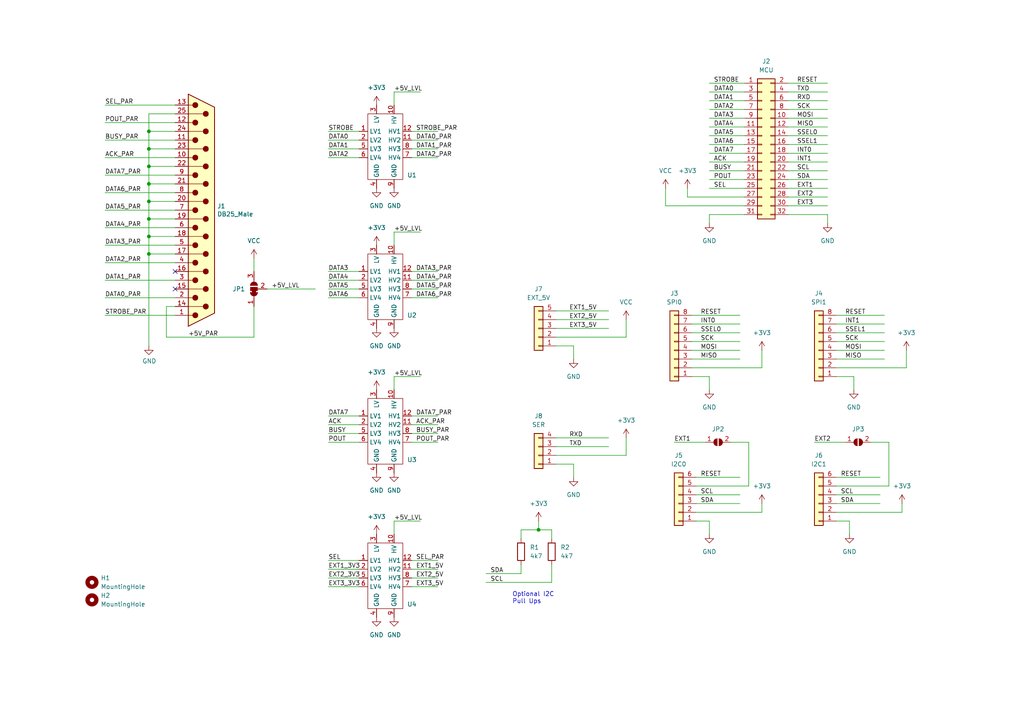
<source format=kicad_sch>
(kicad_sch (version 20211123) (generator eeschema)
  (paper "A4")
  (title_block (title "ParBox Base Board") (date "2022-02-10") (rev "0.1"))
  (lib_symbols
    (symbol "Connector:DB25_Male" (pin_names (offset 1.016) hide)
      (property "Reference" "J" (at 0 34.29 0))
      (property "Value" "DB25_Male" (at 0 -34.925 0))
      (symbol "DB25_Male_0_1"
        (circle (center -1.778 -30.48) (radius 0.762) (fill (type outline)))
        (circle (center -1.778 -25.4) (radius 0.762) (fill (type outline)))
        (circle (center -1.778 -20.32) (radius 0.762) (fill (type outline)))
        (circle (center -1.778 -15.24) (radius 0.762) (fill (type outline)))
        (circle (center -1.778 -10.16) (radius 0.762) (fill (type outline)))
        (circle (center -1.778 -5.08) (radius 0.762) (fill (type outline)))
        (circle (center -1.778 0) (radius 0.762) (fill (type outline)))
        (circle (center -1.778 5.08) (radius 0.762) (fill (type outline)))
        (circle (center -1.778 10.16) (radius 0.762) (fill (type outline)))
        (circle (center -1.778 15.24) (radius 0.762) (fill (type outline)))
        (circle (center -1.778 20.32) (radius 0.762) (fill (type outline)))
        (circle (center -1.778 25.4) (radius 0.762) (fill (type outline)))
        (circle (center -1.778 30.48) (radius 0.762) (fill (type outline)))
        (polyline (pts (xy -3.81 -30.48) (xy -2.54 -30.48)))
        (polyline (pts (xy -3.81 -27.94) (xy 0.508 -27.94)))
        (polyline (pts (xy -3.81 -25.4) (xy -2.54 -25.4)))
        (polyline (pts (xy -3.81 -22.86) (xy 0.508 -22.86)))
        (polyline (pts (xy -3.81 -20.32) (xy -2.54 -20.32)))
        (polyline (pts (xy -3.81 -17.78) (xy 0.508 -17.78)))
        (polyline (pts (xy -3.81 -15.24) (xy -2.54 -15.24)))
        (polyline (pts (xy -3.81 -12.7) (xy 0.508 -12.7)))
        (polyline (pts (xy -3.81 -10.16) (xy -2.54 -10.16)))
        (polyline (pts (xy -3.81 -7.62) (xy 0.508 -7.62)))
        (polyline (pts (xy -3.81 -5.08) (xy -2.54 -5.08)))
        (polyline (pts (xy -3.81 -2.54) (xy 0.508 -2.54)))
        (polyline (pts (xy -3.81 0) (xy -2.54 0)))
        (polyline (pts (xy -3.81 2.54) (xy 0.508 2.54)))
        (polyline (pts (xy -3.81 5.08) (xy -2.54 5.08)))
        (polyline (pts (xy -3.81 7.62) (xy 0.508 7.62)))
        (polyline (pts (xy -3.81 10.16) (xy -2.54 10.16)))
        (polyline (pts (xy -3.81 12.7) (xy 0.508 12.7)))
        (polyline (pts (xy -3.81 15.24) (xy -2.54 15.24)))
        (polyline (pts (xy -3.81 17.78) (xy 0.508 17.78)))
        (polyline (pts (xy -3.81 20.32) (xy -2.54 20.32)))
        (polyline (pts (xy -3.81 22.86) (xy 0.508 22.86)))
        (polyline (pts (xy -3.81 25.4) (xy -2.54 25.4)))
        (polyline (pts (xy -3.81 27.94) (xy 0.508 27.94)))
        (polyline (pts (xy -3.81 30.48) (xy -2.54 30.48)))
        (polyline (pts (xy -3.81 -33.655) (xy 3.81 -29.845) (xy 3.81 29.845) (xy -3.81 33.655) (xy -3.81 -33.655)) (stroke (width 0.254)) (fill (type background)))
        (circle (center 1.27 -27.94) (radius 0.762) (fill (type outline)))
        (circle (center 1.27 -22.86) (radius 0.762) (fill (type outline)))
        (circle (center 1.27 -17.78) (radius 0.762) (fill (type outline)))
        (circle (center 1.27 -12.7) (radius 0.762) (fill (type outline)))
        (circle (center 1.27 -7.62) (radius 0.762) (fill (type outline)))
        (circle (center 1.27 -2.54) (radius 0.762) (fill (type outline)))
        (circle (center 1.27 2.54) (radius 0.762) (fill (type outline)))
        (circle (center 1.27 7.62) (radius 0.762) (fill (type outline)))
        (circle (center 1.27 12.7) (radius 0.762) (fill (type outline)))
        (circle (center 1.27 17.78) (radius 0.762) (fill (type outline)))
        (circle (center 1.27 22.86) (radius 0.762) (fill (type outline)))
        (circle (center 1.27 27.94) (radius 0.762) (fill (type outline)))
      )
      (symbol "DB25_Male_1_1"
        (pin passive line (at -7.62 -30.48 0) (length 3.81) (name "1") (number "1"))
        (pin passive line (at -7.62 15.24 0) (length 3.81) (name "10") (number "10"))
        (pin passive line (at -7.62 20.32 0) (length 3.81) (name "11") (number "11"))
        (pin passive line (at -7.62 25.4 0) (length 3.81) (name "12") (number "12"))
        (pin passive line (at -7.62 30.48 0) (length 3.81) (name "13") (number "13"))
        (pin passive line (at -7.62 -27.94 0) (length 3.81) (name "P14") (number "14"))
        (pin passive line (at -7.62 -22.86 0) (length 3.81) (name "P15") (number "15"))
        (pin passive line (at -7.62 -17.78 0) (length 3.81) (name "P16") (number "16"))
        (pin passive line (at -7.62 -12.7 0) (length 3.81) (name "P17") (number "17"))
        (pin passive line (at -7.62 -7.62 0) (length 3.81) (name "P18") (number "18"))
        (pin passive line (at -7.62 -2.54 0) (length 3.81) (name "P19") (number "19"))
        (pin passive line (at -7.62 -25.4 0) (length 3.81) (name "2") (number "2"))
        (pin passive line (at -7.62 2.54 0) (length 3.81) (name "P20") (number "20"))
        (pin passive line (at -7.62 7.62 0) (length 3.81) (name "P21") (number "21"))
        (pin passive line (at -7.62 12.7 0) (length 3.81) (name "P22") (number "22"))
        (pin passive line (at -7.62 17.78 0) (length 3.81) (name "P23") (number "23"))
        (pin passive line (at -7.62 22.86 0) (length 3.81) (name "P24") (number "24"))
        (pin passive line (at -7.62 27.94 0) (length 3.81) (name "P25") (number "25"))
        (pin passive line (at -7.62 -20.32 0) (length 3.81) (name "3") (number "3"))
        (pin passive line (at -7.62 -15.24 0) (length 3.81) (name "4") (number "4"))
        (pin passive line (at -7.62 -10.16 0) (length 3.81) (name "5") (number "5"))
        (pin passive line (at -7.62 -5.08 0) (length 3.81) (name "6") (number "6"))
        (pin passive line (at -7.62 0 0) (length 3.81) (name "7") (number "7"))
        (pin passive line (at -7.62 5.08 0) (length 3.81) (name "8") (number "8"))
        (pin passive line (at -7.62 10.16 0) (length 3.81) (name "9") (number "9"))
      )
    )
    (symbol "Connector_Generic:Conn_01x04" (pin_names (offset 1.016) hide)
      (property "Reference" "J" (at 0 5.08 0))
      (property "Value" "Conn_01x04" (at 0 -7.62 0))
      (symbol "Conn_01x04_1_1"
        (rectangle (start -1.27 -4.953) (end 0 -5.207) (stroke (width 0.1524)))
        (rectangle (start -1.27 -2.413) (end 0 -2.667) (stroke (width 0.1524)))
        (rectangle (start -1.27 0.127) (end 0 -0.127) (stroke (width 0.1524)))
        (rectangle (start -1.27 2.667) (end 0 2.413) (stroke (width 0.1524)))
        (rectangle (start -1.27 3.81) (end 1.27 -6.35) (stroke (width 0.254)) (fill (type background)))
        (pin passive line (at -5.08 2.54 0) (length 3.81) (name "Pin_1") (number "1"))
        (pin passive line (at -5.08 0 0) (length 3.81) (name "Pin_2") (number "2"))
        (pin passive line (at -5.08 -2.54 0) (length 3.81) (name "Pin_3") (number "3"))
        (pin passive line (at -5.08 -5.08 0) (length 3.81) (name "Pin_4") (number "4"))
      )
    )
    (symbol "Connector_Generic:Conn_01x05" (pin_names (offset 1.016) hide)
      (property "Reference" "J" (at 0 7.62 0))
      (property "Value" "Conn_01x05" (at 0 -7.62 0))
      (symbol "Conn_01x05_1_1"
        (rectangle (start -1.27 -4.953) (end 0 -5.207) (stroke (width 0.1524)))
        (rectangle (start -1.27 -2.413) (end 0 -2.667) (stroke (width 0.1524)))
        (rectangle (start -1.27 0.127) (end 0 -0.127) (stroke (width 0.1524)))
        (rectangle (start -1.27 2.667) (end 0 2.413) (stroke (width 0.1524)))
        (rectangle (start -1.27 5.207) (end 0 4.953) (stroke (width 0.1524)))
        (rectangle (start -1.27 6.35) (end 1.27 -6.35) (stroke (width 0.254)) (fill (type background)))
        (pin passive line (at -5.08 5.08 0) (length 3.81) (name "Pin_1") (number "1"))
        (pin passive line (at -5.08 2.54 0) (length 3.81) (name "Pin_2") (number "2"))
        (pin passive line (at -5.08 0 0) (length 3.81) (name "Pin_3") (number "3"))
        (pin passive line (at -5.08 -2.54 0) (length 3.81) (name "Pin_4") (number "4"))
        (pin passive line (at -5.08 -5.08 0) (length 3.81) (name "Pin_5") (number "5"))
      )
    )
    (symbol "Connector_Generic:Conn_01x06" (pin_names (offset 1.016) hide)
      (property "Reference" "J" (at 0 7.62 0))
      (property "Value" "Conn_01x06" (at 0 -10.16 0))
      (symbol "Conn_01x06_1_1"
        (rectangle (start -1.27 -7.493) (end 0 -7.747) (stroke (width 0.1524)))
        (rectangle (start -1.27 -4.953) (end 0 -5.207) (stroke (width 0.1524)))
        (rectangle (start -1.27 -2.413) (end 0 -2.667) (stroke (width 0.1524)))
        (rectangle (start -1.27 0.127) (end 0 -0.127) (stroke (width 0.1524)))
        (rectangle (start -1.27 2.667) (end 0 2.413) (stroke (width 0.1524)))
        (rectangle (start -1.27 5.207) (end 0 4.953) (stroke (width 0.1524)))
        (rectangle (start -1.27 6.35) (end 1.27 -8.89) (stroke (width 0.254)) (fill (type background)))
        (pin passive line (at -5.08 5.08 0) (length 3.81) (name "Pin_1") (number "1"))
        (pin passive line (at -5.08 2.54 0) (length 3.81) (name "Pin_2") (number "2"))
        (pin passive line (at -5.08 0 0) (length 3.81) (name "Pin_3") (number "3"))
        (pin passive line (at -5.08 -2.54 0) (length 3.81) (name "Pin_4") (number "4"))
        (pin passive line (at -5.08 -5.08 0) (length 3.81) (name "Pin_5") (number "5"))
        (pin passive line (at -5.08 -7.62 0) (length 3.81) (name "Pin_6") (number "6"))
      )
    )
    (symbol "Connector_Generic:Conn_01x08" (pin_names (offset 1.016) hide)
      (property "Reference" "J" (at 0 10.16 0))
      (property "Value" "Conn_01x08" (at 0 -12.7 0))
      (symbol "Conn_01x08_1_1"
        (rectangle (start -1.27 -10.033) (end 0 -10.287) (stroke (width 0.1524)))
        (rectangle (start -1.27 -7.493) (end 0 -7.747) (stroke (width 0.1524)))
        (rectangle (start -1.27 -4.953) (end 0 -5.207) (stroke (width 0.1524)))
        (rectangle (start -1.27 -2.413) (end 0 -2.667) (stroke (width 0.1524)))
        (rectangle (start -1.27 0.127) (end 0 -0.127) (stroke (width 0.1524)))
        (rectangle (start -1.27 2.667) (end 0 2.413) (stroke (width 0.1524)))
        (rectangle (start -1.27 5.207) (end 0 4.953) (stroke (width 0.1524)))
        (rectangle (start -1.27 7.747) (end 0 7.493) (stroke (width 0.1524)))
        (rectangle (start -1.27 8.89) (end 1.27 -11.43) (stroke (width 0.254)) (fill (type background)))
        (pin passive line (at -5.08 7.62 0) (length 3.81) (name "Pin_1") (number "1"))
        (pin passive line (at -5.08 5.08 0) (length 3.81) (name "Pin_2") (number "2"))
        (pin passive line (at -5.08 2.54 0) (length 3.81) (name "Pin_3") (number "3"))
        (pin passive line (at -5.08 0 0) (length 3.81) (name "Pin_4") (number "4"))
        (pin passive line (at -5.08 -2.54 0) (length 3.81) (name "Pin_5") (number "5"))
        (pin passive line (at -5.08 -5.08 0) (length 3.81) (name "Pin_6") (number "6"))
        (pin passive line (at -5.08 -7.62 0) (length 3.81) (name "Pin_7") (number "7"))
        (pin passive line (at -5.08 -10.16 0) (length 3.81) (name "Pin_8") (number "8"))
      )
    )
    (symbol "Connector_Generic:Conn_02x16_Odd_Even" (pin_names (offset 1.016) hide)
      (property "Reference" "J" (at 1.27 20.32 0))
      (property "Value" "Conn_02x16_Odd_Even" (at 1.27 -22.86 0))
      (symbol "Conn_02x16_Odd_Even_1_1"
        (rectangle (start -1.27 -20.193) (end 0 -20.447) (stroke (width 0.1524)))
        (rectangle (start -1.27 -17.653) (end 0 -17.907) (stroke (width 0.1524)))
        (rectangle (start -1.27 -15.113) (end 0 -15.367) (stroke (width 0.1524)))
        (rectangle (start -1.27 -12.573) (end 0 -12.827) (stroke (width 0.1524)))
        (rectangle (start -1.27 -10.033) (end 0 -10.287) (stroke (width 0.1524)))
        (rectangle (start -1.27 -7.493) (end 0 -7.747) (stroke (width 0.1524)))
        (rectangle (start -1.27 -4.953) (end 0 -5.207) (stroke (width 0.1524)))
        (rectangle (start -1.27 -2.413) (end 0 -2.667) (stroke (width 0.1524)))
        (rectangle (start -1.27 0.127) (end 0 -0.127) (stroke (width 0.1524)))
        (rectangle (start -1.27 2.667) (end 0 2.413) (stroke (width 0.1524)))
        (rectangle (start -1.27 5.207) (end 0 4.953) (stroke (width 0.1524)))
        (rectangle (start -1.27 7.747) (end 0 7.493) (stroke (width 0.1524)))
        (rectangle (start -1.27 10.287) (end 0 10.033) (stroke (width 0.1524)))
        (rectangle (start -1.27 12.827) (end 0 12.573) (stroke (width 0.1524)))
        (rectangle (start -1.27 15.367) (end 0 15.113) (stroke (width 0.1524)))
        (rectangle (start -1.27 17.907) (end 0 17.653) (stroke (width 0.1524)))
        (rectangle (start -1.27 19.05) (end 3.81 -21.59) (stroke (width 0.254)) (fill (type background)))
        (rectangle (start 3.81 -20.193) (end 2.54 -20.447) (stroke (width 0.1524)))
        (rectangle (start 3.81 -17.653) (end 2.54 -17.907) (stroke (width 0.1524)))
        (rectangle (start 3.81 -15.113) (end 2.54 -15.367) (stroke (width 0.1524)))
        (rectangle (start 3.81 -12.573) (end 2.54 -12.827) (stroke (width 0.1524)))
        (rectangle (start 3.81 -10.033) (end 2.54 -10.287) (stroke (width 0.1524)))
        (rectangle (start 3.81 -7.493) (end 2.54 -7.747) (stroke (width 0.1524)))
        (rectangle (start 3.81 -4.953) (end 2.54 -5.207) (stroke (width 0.1524)))
        (rectangle (start 3.81 -2.413) (end 2.54 -2.667) (stroke (width 0.1524)))
        (rectangle (start 3.81 0.127) (end 2.54 -0.127) (stroke (width 0.1524)))
        (rectangle (start 3.81 2.667) (end 2.54 2.413) (stroke (width 0.1524)))
        (rectangle (start 3.81 5.207) (end 2.54 4.953) (stroke (width 0.1524)))
        (rectangle (start 3.81 7.747) (end 2.54 7.493) (stroke (width 0.1524)))
        (rectangle (start 3.81 10.287) (end 2.54 10.033) (stroke (width 0.1524)))
        (rectangle (start 3.81 12.827) (end 2.54 12.573) (stroke (width 0.1524)))
        (rectangle (start 3.81 15.367) (end 2.54 15.113) (stroke (width 0.1524)))
        (rectangle (start 3.81 17.907) (end 2.54 17.653) (stroke (width 0.1524)))
        (pin passive line (at -5.08 17.78 0) (length 3.81) (name "Pin_1") (number "1"))
        (pin passive line (at 7.62 7.62 180) (length 3.81) (name "Pin_10") (number "10"))
        (pin passive line (at -5.08 5.08 0) (length 3.81) (name "Pin_11") (number "11"))
        (pin passive line (at 7.62 5.08 180) (length 3.81) (name "Pin_12") (number "12"))
        (pin passive line (at -5.08 2.54 0) (length 3.81) (name "Pin_13") (number "13"))
        (pin passive line (at 7.62 2.54 180) (length 3.81) (name "Pin_14") (number "14"))
        (pin passive line (at -5.08 0 0) (length 3.81) (name "Pin_15") (number "15"))
        (pin passive line (at 7.62 0 180) (length 3.81) (name "Pin_16") (number "16"))
        (pin passive line (at -5.08 -2.54 0) (length 3.81) (name "Pin_17") (number "17"))
        (pin passive line (at 7.62 -2.54 180) (length 3.81) (name "Pin_18") (number "18"))
        (pin passive line (at -5.08 -5.08 0) (length 3.81) (name "Pin_19") (number "19"))
        (pin passive line (at 7.62 17.78 180) (length 3.81) (name "Pin_2") (number "2"))
        (pin passive line (at 7.62 -5.08 180) (length 3.81) (name "Pin_20") (number "20"))
        (pin passive line (at -5.08 -7.62 0) (length 3.81) (name "Pin_21") (number "21"))
        (pin passive line (at 7.62 -7.62 180) (length 3.81) (name "Pin_22") (number "22"))
        (pin passive line (at -5.08 -10.16 0) (length 3.81) (name "Pin_23") (number "23"))
        (pin passive line (at 7.62 -10.16 180) (length 3.81) (name "Pin_24") (number "24"))
        (pin passive line (at -5.08 -12.7 0) (length 3.81) (name "Pin_25") (number "25"))
        (pin passive line (at 7.62 -12.7 180) (length 3.81) (name "Pin_26") (number "26"))
        (pin passive line (at -5.08 -15.24 0) (length 3.81) (name "Pin_27") (number "27"))
        (pin passive line (at 7.62 -15.24 180) (length 3.81) (name "Pin_28") (number "28"))
        (pin passive line (at -5.08 -17.78 0) (length 3.81) (name "Pin_29") (number "29"))
        (pin passive line (at -5.08 15.24 0) (length 3.81) (name "Pin_3") (number "3"))
        (pin passive line (at 7.62 -17.78 180) (length 3.81) (name "Pin_30") (number "30"))
        (pin passive line (at -5.08 -20.32 0) (length 3.81) (name "Pin_31") (number "31"))
        (pin passive line (at 7.62 -20.32 180) (length 3.81) (name "Pin_32") (number "32"))
        (pin passive line (at 7.62 15.24 180) (length 3.81) (name "Pin_4") (number "4"))
        (pin passive line (at -5.08 12.7 0) (length 3.81) (name "Pin_5") (number "5"))
        (pin passive line (at 7.62 12.7 180) (length 3.81) (name "Pin_6") (number "6"))
        (pin passive line (at -5.08 10.16 0) (length 3.81) (name "Pin_7") (number "7"))
        (pin passive line (at 7.62 10.16 180) (length 3.81) (name "Pin_8") (number "8"))
        (pin passive line (at -5.08 7.62 0) (length 3.81) (name "Pin_9") (number "9"))
      )
    )
    (symbol "Device:R" (pin_numbers hide) (pin_names (offset 0))
      (property "Reference" "R" (at 2.032 0 90))
      (property "Value" "R" (at 0 0 90))
      (symbol "R_0_1"
        (rectangle (start -1.016 -2.54) (end 1.016 2.54) (stroke (width 0.254)))
      )
      (symbol "R_1_1"
        (pin passive line (at 0 3.81 270) (length 1.27) (name "~") (number "1"))
        (pin passive line (at 0 -3.81 90) (length 1.27) (name "~") (number "2"))
      )
    )
    (symbol "Jumper:SolderJumper_2_Open" (pin_names (offset 0) hide)
      (property "Reference" "JP" (at 0 2.032 0))
      (property "Value" "SolderJumper_2_Open" (at 0 -2.54 0))
      (symbol "SolderJumper_2_Open_0_1"
        (arc (start -0.254 1.016) (mid -1.27 0) (end -0.254 -1.016))
        (arc (start -0.254 1.016) (mid -1.27 0) (end -0.254 -1.016) (fill (type outline)))
        (polyline (pts (xy -0.254 1.016) (xy -0.254 -1.016)))
        (polyline (pts (xy 0.254 1.016) (xy 0.254 -1.016)))
        (arc (start 0.254 -1.016) (mid 1.27 0) (end 0.254 1.016))
        (arc (start 0.254 -1.016) (mid 1.27 0) (end 0.254 1.016) (fill (type outline)))
      )
      (symbol "SolderJumper_2_Open_1_1"
        (pin passive line (at -3.81 0 0) (length 2.54) (name "A") (number "1"))
        (pin passive line (at 3.81 0 180) (length 2.54) (name "B") (number "2"))
      )
    )
    (symbol "Jumper:SolderJumper_3_Bridged12" (pin_names (offset 0) hide)
      (property "Reference" "JP" (at -2.54 -2.54 0))
      (property "Value" "SolderJumper_3_Bridged12" (at 0 2.794 0))
      (symbol "SolderJumper_3_Bridged12_0_1"
        (rectangle (start -1.016 0.508) (end -0.508 -0.508) (fill (type outline)))
        (arc (start -1.016 1.016) (mid -2.032 0) (end -1.016 -1.016))
        (arc (start -1.016 1.016) (mid -2.032 0) (end -1.016 -1.016) (fill (type outline)))
        (rectangle (start -0.508 1.016) (end 0.508 -1.016) (fill (type outline)))
        (polyline (pts (xy -2.54 0) (xy -2.032 0)))
        (polyline (pts (xy -1.016 1.016) (xy -1.016 -1.016)))
        (polyline (pts (xy 0 -1.27) (xy 0 -1.016)))
        (polyline (pts (xy 1.016 1.016) (xy 1.016 -1.016)))
        (polyline (pts (xy 2.54 0) (xy 2.032 0)))
        (arc (start 1.016 -1.016) (mid 2.032 0) (end 1.016 1.016))
        (arc (start 1.016 -1.016) (mid 2.032 0) (end 1.016 1.016) (fill (type outline)))
      )
      (symbol "SolderJumper_3_Bridged12_1_1"
        (pin passive line (at -5.08 0 0) (length 2.54) (name "A") (number "1"))
        (pin input line (at 0 -3.81 90) (length 2.54) (name "C") (number "2"))
        (pin passive line (at 5.08 0 180) (length 2.54) (name "B") (number "3"))
      )
    )
    (symbol "Mechanical:MountingHole" (pin_names (offset 1.016))
      (property "Reference" "H" (at 0 5.08 0))
      (property "Value" "MountingHole" (at 0 3.175 0))
      (symbol "MountingHole_0_1"
        (circle (center 0 0) (radius 1.27) (stroke (width 1.27)))
      )
    )
    (symbol "cv:LevelShifter_4"
      (property "Reference" "U" (at 0 -19.05 0))
      (property "Value" "LevelShifter_4" (at 0 11.43 0))
      (symbol "LevelShifter_4_0_1"
        (rectangle (start -5.08 5.08) (end 5.08 -13.97))
        (polyline (pts (xy 1.27 -3.81) (xy 1.27 -3.81)))
      )
      (symbol "LevelShifter_4_1_1"
        (pin bidirectional line (at -7.62 0 0) (length 2.54) (name "LV1") (number "1"))
        (pin power_in line (at 2.54 7.62 270) (length 2.54) (name "HV") (number "10"))
        (pin bidirectional line (at 7.62 -2.54 180) (length 2.54) (name "HV2") (number "11"))
        (pin bidirectional line (at 7.62 0 180) (length 2.54) (name "HV1") (number "12"))
        (pin bidirectional line (at -7.62 -2.54 0) (length 2.54) (name "LV2") (number "2"))
        (pin power_in line (at -2.54 7.62 270) (length 2.54) (name "LV") (number "3"))
        (pin power_in line (at -2.54 -16.51 90) (length 2.54) (name "GND") (number "4"))
        (pin bidirectional line (at -7.62 -5.08 0) (length 2.54) (name "LV3") (number "5"))
        (pin bidirectional line (at -7.62 -7.62 0) (length 2.54) (name "LV4") (number "6"))
        (pin bidirectional line (at 7.62 -7.62 180) (length 2.54) (name "HV4") (number "7"))
        (pin bidirectional line (at 7.62 -5.08 180) (length 2.54) (name "HV3") (number "8"))
        (pin power_in line (at 2.54 -16.51 90) (length 2.54) (name "GND") (number "9"))
      )
    )
    (symbol "power:+3.3V" (power) (pin_names (offset 0))
      (property "Value" "+3.3V" (at 0 3.556 0))
      (symbol "+3.3V_0_1"
        (polyline (pts (xy -0.762 1.27) (xy 0 2.54)))
        (polyline (pts (xy 0 0) (xy 0 2.54)))
        (polyline (pts (xy 0 2.54) (xy 0.762 1.27)))
      )
      (symbol "+3.3V_1_1"
        (pin power_in line (at 0 0 90) (length 0) hide (name "+3V3") (number "1"))
      )
    )
    (symbol "power:GND" (power) (pin_names (offset 0))
      (property "Value" "GND" (at 0 -3.81 0))
      (symbol "GND_0_1"
        (polyline (pts (xy 0 0) (xy 0 -1.27) (xy 1.27 -1.27) (xy 0 -2.54) (xy -1.27 -1.27) (xy 0 -1.27)))
      )
      (symbol "GND_1_1"
        (pin power_in line (at 0 0 270) (length 0) hide (name "GND") (number "1"))
      )
    )
    (symbol "power:VCC" (power) (pin_names (offset 0))
      (property "Value" "VCC" (at 0 3.81 0))
      (symbol "VCC_0_1"
        (polyline (pts (xy -0.762 1.27) (xy 0 2.54)))
        (polyline (pts (xy 0 0) (xy 0 2.54)))
        (polyline (pts (xy 0 2.54) (xy 0.762 1.27)))
      )
      (symbol "VCC_1_1"
        (pin power_in line (at 0 0 90) (length 0) hide (name "VCC") (number "1"))
      )
    )
  )
  (junction (at 43.18 68.58))
  (junction (at 43.18 73.66))
  (junction (at 43.18 58.42))
  (junction (at 43.18 38.1))
  (junction (at 43.18 43.18))
  (junction (at 156.21 153.67))
  (junction (at 43.18 53.34))
  (junction (at 43.18 48.26))
  (junction (at 43.18 63.5))
  (no_connect (at 50.8 83.82))
  (no_connect (at 50.8 78.74))
  (wire (pts (xy 50.8 73.66) (xy 43.18 73.66)))
  (wire (pts (xy 205.74 39.37) (xy 215.9 39.37)))
  (wire (pts (xy 205.74 151.13) (xy 205.74 154.94)))
  (wire (pts (xy 77.47 83.82) (xy 91.44 83.82)))
  (wire (pts (xy 201.93 151.13) (xy 205.74 151.13)))
  (wire (pts (xy 201.93 138.43) (xy 214.63 138.43)))
  (wire (pts (xy 228.6 24.13) (xy 240.03 24.13)))
  (wire (pts (xy 43.18 58.42) (xy 43.18 63.5)))
  (wire (pts (xy 205.74 62.23) (xy 215.9 62.23)))
  (wire (pts (xy 114.3 113.03) (xy 114.3 109.22)))
  (wire (pts (xy 161.29 100.33) (xy 166.37 100.33)))
  (wire (pts (xy 114.3 154.94) (xy 114.3 151.13)))
  (wire (pts (xy 200.66 96.52) (xy 214.63 96.52)))
  (wire (pts (xy 50.8 68.58) (xy 43.18 68.58)))
  (wire (pts (xy 114.3 26.67) (xy 121.92 26.67)))
  (wire (pts (xy 161.29 92.71) (xy 176.53 92.71)))
  (wire (pts (xy 95.25 123.19) (xy 104.14 123.19)))
  (wire (pts (xy 114.3 151.13) (xy 121.92 151.13)))
  (wire (pts (xy 50.8 40.64) (xy 30.48 40.64)))
  (wire (pts (xy 228.6 52.07) (xy 240.03 52.07)))
  (wire (pts (xy 257.81 128.27) (xy 252.73 128.27)))
  (wire (pts (xy 114.3 67.31) (xy 121.92 67.31)))
  (wire (pts (xy 200.66 101.6) (xy 214.63 101.6)))
  (wire (pts (xy 220.98 101.6) (xy 220.98 106.68)))
  (wire (pts (xy 205.74 54.61) (xy 215.9 54.61)))
  (wire (pts (xy 161.29 97.79) (xy 181.61 97.79)))
  (wire (pts (xy 50.8 60.96) (xy 30.48 60.96)))
  (wire (pts (xy 217.17 140.97) (xy 217.17 128.27)))
  (wire (pts (xy 166.37 100.33) (xy 166.37 104.14)))
  (wire (pts (xy 95.25 83.82) (xy 104.14 83.82)))
  (wire (pts (xy 140.97 168.91) (xy 160.02 168.91)))
  (wire (pts (xy 205.74 44.45) (xy 215.9 44.45)))
  (wire (pts (xy 228.6 41.91) (xy 240.03 41.91)))
  (wire (pts (xy 242.57 106.68) (xy 262.89 106.68)))
  (wire (pts (xy 95.25 162.56) (xy 104.14 162.56)))
  (wire (pts (xy 199.39 57.15) (xy 215.9 57.15)))
  (wire (pts (xy 205.74 26.67) (xy 215.9 26.67)))
  (wire (pts (xy 151.13 156.21) (xy 151.13 153.67)))
  (wire (pts (xy 50.8 45.72) (xy 30.48 45.72)))
  (wire (pts (xy 50.8 63.5) (xy 43.18 63.5)))
  (wire (pts (xy 166.37 134.62) (xy 166.37 138.43)))
  (wire (pts (xy 119.38 45.72) (xy 127 45.72)))
  (wire (pts (xy 242.57 138.43) (xy 255.27 138.43)))
  (wire (pts (xy 95.25 86.36) (xy 104.14 86.36)))
  (wire (pts (xy 161.29 132.08) (xy 181.61 132.08)))
  (wire (pts (xy 228.6 62.23) (xy 240.03 62.23)))
  (wire (pts (xy 242.57 148.59) (xy 261.62 148.59)))
  (wire (pts (xy 50.8 76.2) (xy 30.48 76.2)))
  (wire (pts (xy 228.6 46.99) (xy 240.03 46.99)))
  (wire (pts (xy 50.8 43.18) (xy 43.18 43.18)))
  (wire (pts (xy 205.74 46.99) (xy 215.9 46.99)))
  (wire (pts (xy 242.57 99.06) (xy 256.54 99.06)))
  (wire (pts (xy 95.25 38.1) (xy 104.14 38.1)))
  (wire (pts (xy 119.38 38.1) (xy 127 38.1)))
  (wire (pts (xy 205.74 62.23) (xy 205.74 64.77)))
  (wire (pts (xy 156.21 153.67) (xy 160.02 153.67)))
  (wire (pts (xy 95.25 43.18) (xy 104.14 43.18)))
  (wire (pts (xy 50.8 58.42) (xy 43.18 58.42)))
  (wire (pts (xy 50.8 30.48) (xy 30.48 30.48)))
  (wire (pts (xy 242.57 91.44) (xy 256.54 91.44)))
  (wire (pts (xy 242.57 93.98) (xy 256.54 93.98)))
  (wire (pts (xy 242.57 109.22) (xy 247.65 109.22)))
  (wire (pts (xy 119.38 170.18) (xy 127 170.18)))
  (wire (pts (xy 257.81 140.97) (xy 242.57 140.97)))
  (wire (pts (xy 262.89 101.6) (xy 262.89 106.68)))
  (wire (pts (xy 201.93 146.05) (xy 214.63 146.05)))
  (wire (pts (xy 114.3 30.48) (xy 114.3 26.67)))
  (wire (pts (xy 228.6 29.21) (xy 240.03 29.21)))
  (wire (pts (xy 50.8 71.12) (xy 30.48 71.12)))
  (wire (pts (xy 50.8 48.26) (xy 43.18 48.26)))
  (wire (pts (xy 43.18 33.02) (xy 43.18 38.1)))
  (wire (pts (xy 119.38 43.18) (xy 127 43.18)))
  (wire (pts (xy 114.3 71.12) (xy 114.3 67.31)))
  (wire (pts (xy 195.58 128.27) (xy 204.47 128.27)))
  (wire (pts (xy 43.18 38.1) (xy 43.18 43.18)))
  (wire (pts (xy 119.38 86.36) (xy 127 86.36)))
  (wire (pts (xy 119.38 120.65) (xy 127 120.65)))
  (wire (pts (xy 240.03 62.23) (xy 240.03 64.77)))
  (wire (pts (xy 48.26 88.9) (xy 48.26 97.79)))
  (wire (pts (xy 73.66 88.9) (xy 73.66 97.79)))
  (wire (pts (xy 242.57 143.51) (xy 255.27 143.51)))
  (wire (pts (xy 160.02 168.91) (xy 160.02 163.83)))
  (wire (pts (xy 73.66 97.79) (xy 48.26 97.79)))
  (wire (pts (xy 228.6 31.75) (xy 240.03 31.75)))
  (wire (pts (xy 228.6 57.15) (xy 240.03 57.15)))
  (wire (pts (xy 43.18 73.66) (xy 43.18 100.33)))
  (wire (pts (xy 228.6 26.67) (xy 240.03 26.67)))
  (wire (pts (xy 200.66 106.68) (xy 220.98 106.68)))
  (wire (pts (xy 161.29 129.54) (xy 176.53 129.54)))
  (wire (pts (xy 160.02 153.67) (xy 160.02 156.21)))
  (wire (pts (xy 73.66 74.93) (xy 73.66 78.74)))
  (wire (pts (xy 95.25 81.28) (xy 104.14 81.28)))
  (wire (pts (xy 200.66 93.98) (xy 214.63 93.98)))
  (wire (pts (xy 114.3 109.22) (xy 121.92 109.22)))
  (wire (pts (xy 119.38 165.1) (xy 127 165.1)))
  (wire (pts (xy 228.6 39.37) (xy 240.03 39.37)))
  (wire (pts (xy 205.74 36.83) (xy 215.9 36.83)))
  (wire (pts (xy 119.38 83.82) (xy 127 83.82)))
  (wire (pts (xy 220.98 146.05) (xy 220.98 148.59)))
  (wire (pts (xy 261.62 146.05) (xy 261.62 148.59)))
  (wire (pts (xy 228.6 34.29) (xy 240.03 34.29)))
  (wire (pts (xy 119.38 167.64) (xy 127 167.64)))
  (wire (pts (xy 50.8 86.36) (xy 30.48 86.36)))
  (wire (pts (xy 119.38 123.19) (xy 127 123.19)))
  (wire (pts (xy 236.22 128.27) (xy 245.11 128.27)))
  (wire (pts (xy 95.25 170.18) (xy 104.14 170.18)))
  (wire (pts (xy 199.39 54.61) (xy 199.39 57.15)))
  (wire (pts (xy 205.74 109.22) (xy 205.74 113.03)))
  (wire (pts (xy 246.38 151.13) (xy 246.38 154.94)))
  (wire (pts (xy 242.57 151.13) (xy 246.38 151.13)))
  (wire (pts (xy 43.18 63.5) (xy 43.18 68.58)))
  (wire (pts (xy 205.74 41.91) (xy 215.9 41.91)))
  (wire (pts (xy 247.65 109.22) (xy 247.65 113.03)))
  (wire (pts (xy 205.74 52.07) (xy 215.9 52.07)))
  (wire (pts (xy 43.18 48.26) (xy 43.18 53.34)))
  (wire (pts (xy 119.38 162.56) (xy 127 162.56)))
  (wire (pts (xy 151.13 153.67) (xy 156.21 153.67)))
  (wire (pts (xy 181.61 127) (xy 181.61 132.08)))
  (wire (pts (xy 43.18 68.58) (xy 43.18 73.66)))
  (wire (pts (xy 95.25 120.65) (xy 104.14 120.65)))
  (wire (pts (xy 50.8 91.44) (xy 30.48 91.44)))
  (wire (pts (xy 228.6 44.45) (xy 240.03 44.45)))
  (wire (pts (xy 151.13 163.83) (xy 151.13 166.37)))
  (wire (pts (xy 228.6 49.53) (xy 240.03 49.53)))
  (wire (pts (xy 161.29 127) (xy 176.53 127)))
  (wire (pts (xy 205.74 31.75) (xy 215.9 31.75)))
  (wire (pts (xy 95.25 128.27) (xy 104.14 128.27)))
  (wire (pts (xy 200.66 104.14) (xy 214.63 104.14)))
  (wire (pts (xy 95.25 165.1) (xy 104.14 165.1)))
  (wire (pts (xy 201.93 140.97) (xy 217.17 140.97)))
  (wire (pts (xy 50.8 50.8) (xy 30.48 50.8)))
  (wire (pts (xy 50.8 55.88) (xy 30.48 55.88)))
  (wire (pts (xy 95.25 125.73) (xy 104.14 125.73)))
  (wire (pts (xy 50.8 35.56) (xy 30.48 35.56)))
  (wire (pts (xy 205.74 24.13) (xy 215.9 24.13)))
  (wire (pts (xy 161.29 134.62) (xy 166.37 134.62)))
  (wire (pts (xy 228.6 54.61) (xy 240.03 54.61)))
  (wire (pts (xy 95.25 167.64) (xy 104.14 167.64)))
  (wire (pts (xy 50.8 81.28) (xy 30.48 81.28)))
  (wire (pts (xy 119.38 78.74) (xy 127 78.74)))
  (wire (pts (xy 242.57 146.05) (xy 255.27 146.05)))
  (wire (pts (xy 257.81 128.27) (xy 257.81 140.97)))
  (wire (pts (xy 228.6 59.69) (xy 240.03 59.69)))
  (wire (pts (xy 242.57 96.52) (xy 256.54 96.52)))
  (wire (pts (xy 217.17 128.27) (xy 212.09 128.27)))
  (wire (pts (xy 205.74 34.29) (xy 215.9 34.29)))
  (wire (pts (xy 95.25 78.74) (xy 104.14 78.74)))
  (wire (pts (xy 200.66 99.06) (xy 214.63 99.06)))
  (wire (pts (xy 242.57 104.14) (xy 256.54 104.14)))
  (wire (pts (xy 43.18 53.34) (xy 43.18 58.42)))
  (wire (pts (xy 228.6 36.83) (xy 240.03 36.83)))
  (wire (pts (xy 201.93 143.51) (xy 214.63 143.51)))
  (wire (pts (xy 193.04 54.61) (xy 193.04 59.69)))
  (wire (pts (xy 50.8 33.02) (xy 43.18 33.02)))
  (wire (pts (xy 200.66 91.44) (xy 214.63 91.44)))
  (wire (pts (xy 161.29 90.17) (xy 176.53 90.17)))
  (wire (pts (xy 205.74 49.53) (xy 215.9 49.53)))
  (wire (pts (xy 156.21 151.13) (xy 156.21 153.67)))
  (wire (pts (xy 161.29 95.25) (xy 176.53 95.25)))
  (wire (pts (xy 50.8 88.9) (xy 48.26 88.9)))
  (wire (pts (xy 193.04 59.69) (xy 215.9 59.69)))
  (wire (pts (xy 50.8 38.1) (xy 43.18 38.1)))
  (wire (pts (xy 140.97 166.37) (xy 151.13 166.37)))
  (wire (pts (xy 201.93 148.59) (xy 220.98 148.59)))
  (wire (pts (xy 119.38 128.27) (xy 127 128.27)))
  (wire (pts (xy 50.8 53.34) (xy 43.18 53.34)))
  (wire (pts (xy 242.57 101.6) (xy 256.54 101.6)))
  (wire (pts (xy 95.25 40.64) (xy 104.14 40.64)))
  (wire (pts (xy 119.38 81.28) (xy 127 81.28)))
  (wire (pts (xy 181.61 92.71) (xy 181.61 97.79)))
  (wire (pts (xy 205.74 29.21) (xy 215.9 29.21)))
  (wire (pts (xy 200.66 109.22) (xy 205.74 109.22)))
  (wire (pts (xy 119.38 125.73) (xy 127 125.73)))
  (wire (pts (xy 119.38 40.64) (xy 127 40.64)))
  (wire (pts (xy 50.8 66.04) (xy 30.48 66.04)))
  (wire (pts (xy 95.25 45.72) (xy 104.14 45.72)))
  (wire (pts (xy 43.18 43.18) (xy 43.18 48.26)))
  (text "Optional I2C\nPull Ups" (at 148.59 175.26 0) (effects (font (size 1.27 1.27)) (justify left bottom)))
  (label "SDA" (at 203.2 146.05 0))
  (label "DATA5_PAR" (at 30.48 60.96 0))
  (label "EXT2" (at 231.14 57.15 0))
  (label "+5V_LVL" (at 78.74 83.82 0))
  (label "+5V_LVL" (at 114.3 67.31 0))
  (label "DATA4_PAR" (at 30.48 66.04 0))
  (label "ACK_PAR" (at 120.65 123.19 0))
  (label "EXT1" (at 195.58 128.27 0))
  (label "STROBE_PAR" (at 30.48 91.44 0))
  (label "SEL" (at 95.25 162.56 0))
  (label "INT1" (at 245.11 93.98 0))
  (label "DATA3_PAR" (at 30.48 71.12 0))
  (label "+5V_PAR" (at 54.61 97.79 0))
  (label "DATA5" (at 95.25 83.82 0))
  (label "RESET" (at 245.11 91.44 0))
  (label "SCL" (at 243.84 143.51 0))
  (label "+5V_LVL" (at 114.3 151.13 0))
  (label "INT0" (at 203.2 93.98 0))
  (label "SDA" (at 231.14 52.07 0))
  (label "DATA7_PAR" (at 30.48 50.8 0))
  (label "DATA4" (at 207.01 36.83 0))
  (label "DATA7" (at 207.01 44.45 0))
  (label "EXT1_5V" (at 165.1 90.17 0))
  (label "RESET" (at 203.2 138.43 0))
  (label "SSEL1" (at 231.14 41.91 0))
  (label "SCK" (at 245.11 99.06 0))
  (label "DATA6" (at 95.25 86.36 0))
  (label "DATA1_PAR" (at 120.65 43.18 0))
  (label "DATA2_PAR" (at 30.48 76.2 0))
  (label "DATA3" (at 207.01 34.29 0))
  (label "POUT" (at 207.01 52.07 0))
  (label "DATA2" (at 207.01 31.75 0))
  (label "EXT1" (at 231.14 54.61 0))
  (label "EXT1_5V" (at 120.65 165.1 0))
  (label "STROBE" (at 207.01 24.13 0))
  (label "EXT3_5V" (at 165.1 95.25 0))
  (label "SDA" (at 243.84 146.05 0))
  (label "TXD" (at 165.1 129.54 0))
  (label "DATA2_PAR" (at 120.65 45.72 0))
  (label "DATA1" (at 95.25 43.18 0))
  (label "BUSY" (at 95.25 125.73 0))
  (label "RXD" (at 231.14 29.21 0))
  (label "EXT3_5V" (at 120.65 170.18 0))
  (label "POUT" (at 95.25 128.27 0))
  (label "INT1" (at 231.14 46.99 0))
  (label "POUT_PAR" (at 30.48 35.56 0))
  (label "DATA0" (at 207.01 26.67 0))
  (label "DATA2" (at 95.25 45.72 0))
  (label "DATA3" (at 95.25 78.74 0))
  (label "SEL_PAR" (at 120.65 162.56 0))
  (label "STROBE" (at 95.25 38.1 0))
  (label "DATA1" (at 207.01 29.21 0))
  (label "MISO" (at 231.14 36.83 0))
  (label "SDA" (at 142.24 166.37 0))
  (label "SSEL0" (at 203.2 96.52 0))
  (label "DATA6_PAR" (at 120.65 86.36 0))
  (label "DATA0_PAR" (at 30.48 86.36 0))
  (label "DATA4" (at 95.25 81.28 0))
  (label "EXT1_3V3" (at 95.25 165.1 0))
  (label "BUSY" (at 207.01 49.53 0))
  (label "EXT2_5V" (at 165.1 92.71 0))
  (label "MOSI" (at 245.11 101.6 0))
  (label "DATA0" (at 95.25 40.64 0))
  (label "SCL" (at 142.24 168.91 0))
  (label "BUSY_PAR" (at 30.48 40.64 0))
  (label "DATA6" (at 207.01 41.91 0))
  (label "DATA3_PAR" (at 120.65 78.74 0))
  (label "MOSI" (at 231.14 34.29 0))
  (label "SSEL1" (at 245.11 96.52 0))
  (label "DATA7_PAR" (at 120.65 120.65 0))
  (label "DATA6_PAR" (at 30.48 55.88 0))
  (label "DATA5_PAR" (at 120.65 83.82 0))
  (label "SEL" (at 207.01 54.61 0))
  (label "STROBE_PAR" (at 120.65 38.1 0))
  (label "ACK_PAR" (at 30.48 45.72 0))
  (label "EXT3_3V3" (at 95.25 170.18 0))
  (label "POUT_PAR" (at 120.65 128.27 0))
  (label "MOSI" (at 203.2 101.6 0))
  (label "RXD" (at 165.1 127 0))
  (label "DATA5" (at 207.01 39.37 0))
  (label "+5V_LVL" (at 114.3 26.67 0))
  (label "BUSY_PAR" (at 120.65 125.73 0))
  (label "DATA1_PAR" (at 30.48 81.28 0))
  (label "RESET" (at 243.84 138.43 0))
  (label "EXT2_5V" (at 120.65 167.64 0))
  (label "ACK" (at 95.25 123.19 0))
  (label "RESET" (at 231.14 24.13 0))
  (label "SSEL0" (at 231.14 39.37 0))
  (label "ACK" (at 207.01 46.99 0))
  (label "INT0" (at 231.14 44.45 0))
  (label "MISO" (at 245.11 104.14 0))
  (label "DATA4_PAR" (at 120.65 81.28 0))
  (label "MISO" (at 203.2 104.14 0))
  (label "RESET" (at 203.2 91.44 0))
  (label "SCK" (at 231.14 31.75 0))
  (label "SCK" (at 203.2 99.06 0))
  (label "TXD" (at 231.14 26.67 0))
  (label "EXT3" (at 231.14 59.69 0))
  (label "SEL_PAR" (at 30.48 30.48 0))
  (label "EXT2_3V3" (at 95.25 167.64 0))
  (label "SCL" (at 203.2 143.51 0))
  (label "DATA0_PAR" (at 120.65 40.64 0))
  (label "EXT2" (at 236.22 128.27 0))
  (label "SCL" (at 231.14 49.53 0))
  (label "DATA7" (at 95.25 120.65 0))
  (label "+5V_LVL" (at 114.3 109.22 0))
  (symbol (lib_id "power:+3.3V") (at 199.39 54.61 0) (unit 1)
    (property "Reference" "#PWR0122" (effects hide))
    (property "Value" "+3.3V" (at 199.39 49.53 0))
  )
  (symbol (lib_id "Connector_Generic:Conn_01x06") (at 196.85 146.05 180) (unit 1)
    (property "Reference" "J5" (at 196.85 132.08 0))
    (property "Value" "I2C0" (at 196.85 134.62 0))
    (property "Footprint" "Connector_PinHeader_2.54mm:PinHeader_1x06_P2.54mm_Vertical" (effects hide))
  )
  (symbol (lib_id "Connector_Generic:Conn_01x05") (at 156.21 95.25 180) (unit 1)
    (property "Reference" "J7" (at 156.21 83.82 0))
    (property "Value" "EXT_5V" (at 156.21 86.36 0))
    (property "Footprint" "Connector_PinHeader_2.54mm:PinHeader_1x05_P2.54mm_Vertical" (effects hide))
  )
  (symbol (lib_id "Jumper:SolderJumper_3_Bridged12") (at 73.66 83.82 90) (unit 1)
    (property "Reference" "JP1" (at 71.12 83.8199 90) (effects (justify left)))
    (property "Value" "SolderJumper_3_Bridged12" (effects hide))
    (property "Footprint" "Jumper:SolderJumper-3_P1.3mm_Bridged2Bar12_Pad1.0x1.5mm_NumberLabels" (effects hide))
  )
  (symbol (lib_id "Connector_Generic:Conn_01x08") (at 237.49 101.6 180) (unit 1)
    (property "Reference" "J4" (at 237.49 85.09 0))
    (property "Value" "SPI1" (at 237.49 87.63 0))
    (property "Footprint" "Connector_PinHeader_2.54mm:PinHeader_1x08_P2.54mm_Vertical" (effects hide))
  )
  (symbol (lib_id "power:GND") (at 240.03 64.77 0) (unit 1)
    (property "Reference" "#PWR0124" (effects hide))
    (property "Value" "GND" (at 240.03 69.85 0))
  )
  (symbol (lib_id "Connector:DB25_Male") (at 58.42 60.96 0) (unit 1)
    (property "Reference" "J1" (at 62.992 59.7916 0) (effects (justify left)))
    (property "Value" "DB25_Male" (at 62.992 62.103 0) (effects (justify left)))
    (property "Footprint" "Connector_Dsub:DSUB-25_Male_Horizontal_P2.77x2.84mm_EdgePinOffset7.70mm_Housed_MountingHolesOffset9.12mm" (effects hide))
    (property "Datasheet" " ~" (effects hide))
  )
  (symbol (lib_id "power:+3.3V") (at 261.62 146.05 0) (unit 1)
    (property "Reference" "#PWR0119" (effects hide))
    (property "Value" "+3.3V" (at 261.62 140.97 0))
  )
  (symbol (lib_id "Mechanical:MountingHole") (at 26.67 173.99 0) (unit 1)
    (property "Reference" "H2" (at 29.21 172.7199 0) (effects (justify left)))
    (property "Value" "MountingHole" (at 29.21 175.2599 0) (effects (justify left)))
    (property "Footprint" "MountingHole:MountingHole_3.2mm_M3_Pad" (effects hide))
  )
  (symbol (lib_id "power:GND") (at 109.22 137.16 0) (unit 1)
    (property "Reference" "#PWR0108" (effects hide))
    (property "Value" "GND" (at 109.22 142.24 0))
  )
  (symbol (lib_id "power:GND") (at 114.3 54.61 0) (unit 1)
    (property "Reference" "#PWR0111" (effects hide))
    (property "Value" "GND" (at 114.3 59.69 0))
  )
  (symbol (lib_id "power:GND") (at 43.18 100.33 0) (unit 1)
    (property "Reference" "#PWR0109" (effects hide))
    (property "Value" "GND" (at 43.307 104.7242 0))
  )
  (symbol (lib_id "power:+3.3V") (at 109.22 71.12 0) (unit 1)
    (property "Reference" "#PWR0112" (effects hide))
    (property "Value" "+3.3V" (at 109.22 66.04 0))
  )
  (symbol (lib_id "Connector_Generic:Conn_01x08") (at 195.58 101.6 180) (unit 1)
    (property "Reference" "J3" (at 195.58 85.09 0))
    (property "Value" "SPI0" (at 195.58 87.63 0))
    (property "Footprint" "Connector_PinHeader_2.54mm:PinHeader_1x08_P2.54mm_Vertical" (effects hide))
  )
  (symbol (lib_id "power:GND") (at 114.3 179.07 0) (unit 1)
    (property "Reference" "#PWR0105" (effects hide))
    (property "Value" "GND" (at 114.3 184.15 0))
  )
  (symbol (lib_id "power:VCC") (at 181.61 92.71 0) (unit 1)
    (property "Reference" "#PWR0117" (effects hide))
    (property "Value" "VCC" (at 181.61 87.63 0))
  )
  (symbol (lib_id "power:GND") (at 246.38 154.94 0) (unit 1)
    (property "Reference" "#PWR0118" (effects hide))
    (property "Value" "GND" (at 246.38 160.02 0))
  )
  (symbol (lib_id "power:VCC") (at 73.66 74.93 0) (unit 1)
    (property "Reference" "#PWR0114" (effects hide))
    (property "Value" "VCC" (at 73.66 69.85 0))
  )
  (symbol (lib_id "power:GND") (at 247.65 113.03 0) (unit 1)
    (property "Reference" "#PWR0125" (effects hide))
    (property "Value" "GND" (at 247.65 118.11 0))
  )
  (symbol (lib_id "Connector_Generic:Conn_01x06") (at 237.49 146.05 180) (unit 1)
    (property "Reference" "J6" (at 237.49 132.08 0))
    (property "Value" "I2C1" (at 237.49 134.62 0))
    (property "Footprint" "Connector_PinHeader_2.54mm:PinHeader_1x06_P2.54mm_Vertical" (effects hide))
  )
  (symbol (lib_id "power:GND") (at 109.22 95.25 0) (unit 1)
    (property "Reference" "#PWR0101" (effects hide))
    (property "Value" "GND" (at 109.22 100.33 0))
  )
  (symbol (lib_id "Jumper:SolderJumper_2_Open") (at 208.28 128.27 0) (unit 1)
    (property "Reference" "JP2" (at 208.28 124.46 0))
    (property "Value" "SolderJumper_2_Open" (effects hide))
    (property "Footprint" "Jumper:SolderJumper-2_P1.3mm_Open_Pad1.0x1.5mm" (effects hide))
  )
  (symbol (lib_id "Connector_Generic:Conn_01x04") (at 156.21 132.08 180) (unit 1)
    (property "Reference" "J8" (at 156.21 120.65 0))
    (property "Value" "SER" (at 156.21 123.19 0))
    (property "Footprint" "Connector_PinHeader_2.54mm:PinHeader_1x04_P2.54mm_Vertical" (effects hide))
  )
  (symbol (lib_id "power:+3.3V") (at 109.22 113.03 0) (unit 1)
    (property "Reference" "#PWR0103" (effects hide))
    (property "Value" "+3.3V" (at 109.22 107.95 0))
  )
  (symbol (lib_id "power:GND") (at 114.3 137.16 0) (unit 1)
    (property "Reference" "#PWR0107" (effects hide))
    (property "Value" "GND" (at 114.3 142.24 0))
  )
  (symbol (lib_id "power:GND") (at 166.37 138.43 0) (unit 1)
    (property "Reference" "#PWR0129" (effects hide))
    (property "Value" "GND" (at 166.37 143.51 0))
  )
  (symbol (lib_id "cv:LevelShifter_4") (at 111.76 78.74 0) (unit 1)
    (property "Reference" "U2" (at 118.11 91.44 0) (effects (justify left)))
    (property "Value" "LevelShifter_4" (effects hide))
    (property "Footprint" "Package_DIP:DIP-12_W10.16mm_LongPads" (effects hide))
  )
  (symbol (lib_id "cv:LevelShifter_4") (at 111.76 38.1 0) (unit 1)
    (property "Reference" "U1" (at 118.11 50.8 0) (effects (justify left)))
    (property "Value" "LevelShifter_4" (effects hide))
    (property "Footprint" "Package_DIP:DIP-12_W10.16mm_LongPads" (effects hide))
  )
  (symbol (lib_id "Device:R") (at 160.02 160.02 0) (unit 1)
    (property "Reference" "R2" (at 162.56 158.7499 0) (effects (justify left)))
    (property "Value" "4k7" (at 162.56 161.2899 0) (effects (justify left)))
    (property "Footprint" "Resistor_THT:R_Axial_DIN0204_L3.6mm_D1.6mm_P5.08mm_Horizontal" (effects hide))
  )
  (symbol (lib_id "power:GND") (at 205.74 113.03 0) (unit 1)
    (property "Reference" "#PWR0128" (effects hide))
    (property "Value" "GND" (at 205.74 118.11 0))
  )
  (symbol (lib_id "power:+3.3V") (at 109.22 30.48 0) (unit 1)
    (property "Reference" "#PWR0113" (effects hide))
    (property "Value" "+3.3V" (at 109.22 25.4 0))
  )
  (symbol (lib_id "Connector_Generic:Conn_02x16_Odd_Even") (at 220.98 41.91 0) (unit 1)
    (property "Reference" "J2" (at 222.25 17.78 0))
    (property "Value" "MCU" (at 222.25 20.32 0))
    (property "Footprint" "Connector_PinHeader_2.54mm:PinHeader_2x16_P2.54mm_Vertical" (effects hide))
  )
  (symbol (lib_id "cv:LevelShifter_4") (at 111.76 162.56 0) (unit 1)
    (property "Reference" "U4" (at 118.11 175.26 0) (effects (justify left)))
    (property "Value" "LevelShifter_4" (effects hide))
    (property "Footprint" "Package_DIP:DIP-12_W10.16mm_LongPads" (effects hide))
  )
  (symbol (lib_id "Jumper:SolderJumper_2_Open") (at 248.92 128.27 0) (unit 1)
    (property "Reference" "JP3" (at 248.92 124.46 0))
    (property "Value" "SolderJumper_2_Open" (effects hide))
    (property "Footprint" "Jumper:SolderJumper-2_P1.3mm_Open_Pad1.0x1.5mm" (effects hide))
  )
  (symbol (lib_id "power:+3.3V") (at 262.89 101.6 0) (unit 1)
    (property "Reference" "#PWR0127" (effects hide))
    (property "Value" "+3.3V" (at 262.89 96.52 0))
  )
  (symbol (lib_id "power:GND") (at 205.74 64.77 0) (unit 1)
    (property "Reference" "#PWR0115" (effects hide))
    (property "Value" "GND" (at 205.74 69.85 0))
  )
  (symbol (lib_id "power:GND") (at 205.74 154.94 0) (unit 1)
    (property "Reference" "#PWR0120" (effects hide))
    (property "Value" "GND" (at 205.74 160.02 0))
  )
  (symbol (lib_id "power:+3.3V") (at 220.98 101.6 0) (unit 1)
    (property "Reference" "#PWR0126" (effects hide))
    (property "Value" "+3.3V" (at 220.98 96.52 0))
  )
  (symbol (lib_id "power:+3.3V") (at 109.22 154.94 0) (unit 1)
    (property "Reference" "#PWR0104" (effects hide))
    (property "Value" "+3.3V" (at 109.22 149.86 0))
  )
  (symbol (lib_id "power:GND") (at 114.3 95.25 0) (unit 1)
    (property "Reference" "#PWR0102" (effects hide))
    (property "Value" "GND" (at 114.3 100.33 0))
  )
  (symbol (lib_id "power:+3.3V") (at 156.21 151.13 0) (unit 1)
    (property "Reference" "#PWR0131" (effects hide))
    (property "Value" "+3.3V" (at 156.21 146.05 0))
  )
  (symbol (lib_id "power:+3.3V") (at 220.98 146.05 0) (unit 1)
    (property "Reference" "#PWR0121" (effects hide))
    (property "Value" "+3.3V" (at 220.98 140.97 0))
  )
  (symbol (lib_id "power:GND") (at 166.37 104.14 0) (unit 1)
    (property "Reference" "#PWR0116" (effects hide))
    (property "Value" "GND" (at 166.37 109.22 0))
  )
  (symbol (lib_id "power:+3.3V") (at 181.61 127 0) (unit 1)
    (property "Reference" "#PWR0130" (effects hide))
    (property "Value" "+3.3V" (at 181.61 121.92 0))
  )
  (symbol (lib_id "Mechanical:MountingHole") (at 26.67 168.91 0) (unit 1)
    (property "Reference" "H1" (at 29.21 167.6399 0) (effects (justify left)))
    (property "Value" "MountingHole" (at 29.21 170.1799 0) (effects (justify left)))
    (property "Footprint" "MountingHole:MountingHole_3.2mm_M3_Pad" (effects hide))
  )
  (symbol (lib_id "power:GND") (at 109.22 54.61 0) (unit 1)
    (property "Reference" "#PWR0110" (effects hide))
    (property "Value" "GND" (at 109.22 59.69 0))
  )
  (symbol (lib_id "cv:LevelShifter_4") (at 111.76 120.65 0) (unit 1)
    (property "Reference" "U3" (at 118.11 133.35 0) (effects (justify left)))
    (property "Value" "LevelShifter_4" (effects hide))
    (property "Footprint" "Package_DIP:DIP-12_W10.16mm_LongPads" (effects hide))
  )
  (symbol (lib_id "power:VCC") (at 193.04 54.61 0) (unit 1)
    (property "Reference" "#PWR0123" (effects hide))
    (property "Value" "VCC" (at 193.04 49.53 0))
  )
  (symbol (lib_id "power:GND") (at 109.22 179.07 0) (unit 1)
    (property "Reference" "#PWR0106" (effects hide))
    (property "Value" "GND" (at 109.22 184.15 0))
  )
  (symbol (lib_id "Device:R") (at 151.13 160.02 0) (unit 1)
    (property "Reference" "R1" (at 153.67 158.7499 0) (effects (justify left)))
    (property "Value" "4k7" (at 153.67 161.2899 0) (effects (justify left)))
    (property "Footprint" "Resistor_THT:R_Axial_DIN0204_L3.6mm_D1.6mm_P5.08mm_Horizontal" (effects hide))
  )
)
</source>
